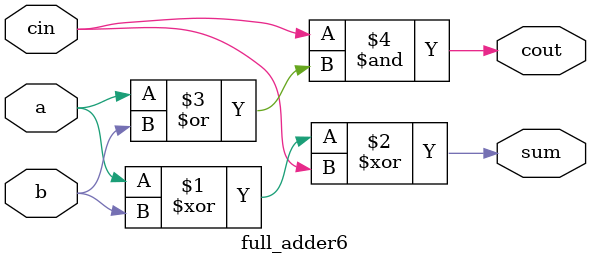
<source format=v>
module full_adder6(a,b,cin,sum,cout);
input a,b,cin;
output sum,cout;
assign sum = a^b^cin;
assign cout = 1'b0|cin&(a|b); 
// initial begin
//     $display("The incorrect adder with and0 and or2 having out/0 and in1/0");
// end   
endmodule
</source>
